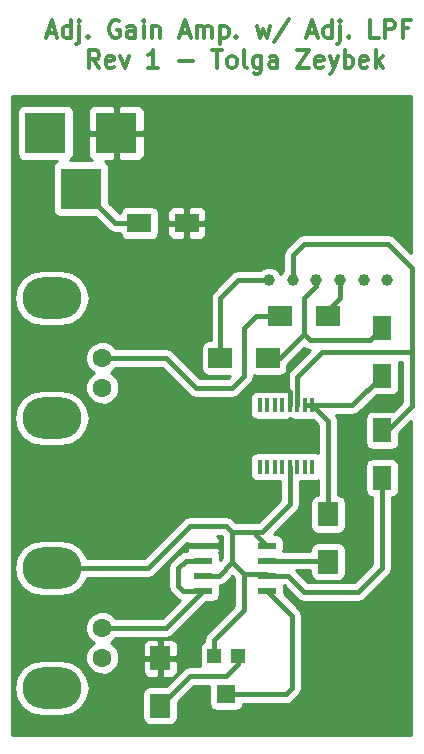
<source format=gbr>
G04 #@! TF.FileFunction,Copper,L1,Top,Signal*
%FSLAX46Y46*%
G04 Gerber Fmt 4.6, Leading zero omitted, Abs format (unit mm)*
G04 Created by KiCad (PCBNEW 4.0.4-stable) date 12/12/16 02:41:32*
%MOMM*%
%LPD*%
G01*
G04 APERTURE LIST*
%ADD10C,0.100000*%
%ADD11C,0.300000*%
%ADD12R,0.400000X1.200000*%
%ADD13R,1.600000X2.000000*%
%ADD14R,2.000000X1.600000*%
%ADD15R,3.500120X3.500120*%
%ADD16O,5.001260X3.500120*%
%ADD17C,1.600200*%
%ADD18R,2.000000X1.700000*%
%ADD19R,1.700000X2.000000*%
%ADD20C,1.000000*%
%ADD21R,1.600000X1.500000*%
%ADD22R,1.200000X1.200000*%
%ADD23R,1.550000X0.600000*%
%ADD24C,0.400000*%
%ADD25C,0.254000*%
G04 APERTURE END LIST*
D10*
D11*
X126086856Y-68975000D02*
X126801142Y-68975000D01*
X125943999Y-69403571D02*
X126443999Y-67903571D01*
X126943999Y-69403571D01*
X128086856Y-69403571D02*
X128086856Y-67903571D01*
X128086856Y-69332143D02*
X127943999Y-69403571D01*
X127658285Y-69403571D01*
X127515427Y-69332143D01*
X127443999Y-69260714D01*
X127372570Y-69117857D01*
X127372570Y-68689286D01*
X127443999Y-68546429D01*
X127515427Y-68475000D01*
X127658285Y-68403571D01*
X127943999Y-68403571D01*
X128086856Y-68475000D01*
X128801142Y-68403571D02*
X128801142Y-69689286D01*
X128729713Y-69832143D01*
X128586856Y-69903571D01*
X128515428Y-69903571D01*
X128801142Y-67903571D02*
X128729713Y-67975000D01*
X128801142Y-68046429D01*
X128872570Y-67975000D01*
X128801142Y-67903571D01*
X128801142Y-68046429D01*
X129515428Y-69260714D02*
X129586856Y-69332143D01*
X129515428Y-69403571D01*
X129443999Y-69332143D01*
X129515428Y-69260714D01*
X129515428Y-69403571D01*
X132158285Y-67975000D02*
X132015428Y-67903571D01*
X131801142Y-67903571D01*
X131586857Y-67975000D01*
X131443999Y-68117857D01*
X131372571Y-68260714D01*
X131301142Y-68546429D01*
X131301142Y-68760714D01*
X131372571Y-69046429D01*
X131443999Y-69189286D01*
X131586857Y-69332143D01*
X131801142Y-69403571D01*
X131943999Y-69403571D01*
X132158285Y-69332143D01*
X132229714Y-69260714D01*
X132229714Y-68760714D01*
X131943999Y-68760714D01*
X133515428Y-69403571D02*
X133515428Y-68617857D01*
X133443999Y-68475000D01*
X133301142Y-68403571D01*
X133015428Y-68403571D01*
X132872571Y-68475000D01*
X133515428Y-69332143D02*
X133372571Y-69403571D01*
X133015428Y-69403571D01*
X132872571Y-69332143D01*
X132801142Y-69189286D01*
X132801142Y-69046429D01*
X132872571Y-68903571D01*
X133015428Y-68832143D01*
X133372571Y-68832143D01*
X133515428Y-68760714D01*
X134229714Y-69403571D02*
X134229714Y-68403571D01*
X134229714Y-67903571D02*
X134158285Y-67975000D01*
X134229714Y-68046429D01*
X134301142Y-67975000D01*
X134229714Y-67903571D01*
X134229714Y-68046429D01*
X134944000Y-68403571D02*
X134944000Y-69403571D01*
X134944000Y-68546429D02*
X135015428Y-68475000D01*
X135158286Y-68403571D01*
X135372571Y-68403571D01*
X135515428Y-68475000D01*
X135586857Y-68617857D01*
X135586857Y-69403571D01*
X137372571Y-68975000D02*
X138086857Y-68975000D01*
X137229714Y-69403571D02*
X137729714Y-67903571D01*
X138229714Y-69403571D01*
X138729714Y-69403571D02*
X138729714Y-68403571D01*
X138729714Y-68546429D02*
X138801142Y-68475000D01*
X138944000Y-68403571D01*
X139158285Y-68403571D01*
X139301142Y-68475000D01*
X139372571Y-68617857D01*
X139372571Y-69403571D01*
X139372571Y-68617857D02*
X139444000Y-68475000D01*
X139586857Y-68403571D01*
X139801142Y-68403571D01*
X139944000Y-68475000D01*
X140015428Y-68617857D01*
X140015428Y-69403571D01*
X140729714Y-68403571D02*
X140729714Y-69903571D01*
X140729714Y-68475000D02*
X140872571Y-68403571D01*
X141158285Y-68403571D01*
X141301142Y-68475000D01*
X141372571Y-68546429D01*
X141444000Y-68689286D01*
X141444000Y-69117857D01*
X141372571Y-69260714D01*
X141301142Y-69332143D01*
X141158285Y-69403571D01*
X140872571Y-69403571D01*
X140729714Y-69332143D01*
X142086857Y-69260714D02*
X142158285Y-69332143D01*
X142086857Y-69403571D01*
X142015428Y-69332143D01*
X142086857Y-69260714D01*
X142086857Y-69403571D01*
X143801143Y-68403571D02*
X144086857Y-69403571D01*
X144372571Y-68689286D01*
X144658286Y-69403571D01*
X144944000Y-68403571D01*
X146586857Y-67832143D02*
X145301143Y-69760714D01*
X148158286Y-68975000D02*
X148872572Y-68975000D01*
X148015429Y-69403571D02*
X148515429Y-67903571D01*
X149015429Y-69403571D01*
X150158286Y-69403571D02*
X150158286Y-67903571D01*
X150158286Y-69332143D02*
X150015429Y-69403571D01*
X149729715Y-69403571D01*
X149586857Y-69332143D01*
X149515429Y-69260714D01*
X149444000Y-69117857D01*
X149444000Y-68689286D01*
X149515429Y-68546429D01*
X149586857Y-68475000D01*
X149729715Y-68403571D01*
X150015429Y-68403571D01*
X150158286Y-68475000D01*
X150872572Y-68403571D02*
X150872572Y-69689286D01*
X150801143Y-69832143D01*
X150658286Y-69903571D01*
X150586858Y-69903571D01*
X150872572Y-67903571D02*
X150801143Y-67975000D01*
X150872572Y-68046429D01*
X150944000Y-67975000D01*
X150872572Y-67903571D01*
X150872572Y-68046429D01*
X151586858Y-69260714D02*
X151658286Y-69332143D01*
X151586858Y-69403571D01*
X151515429Y-69332143D01*
X151586858Y-69260714D01*
X151586858Y-69403571D01*
X154158287Y-69403571D02*
X153444001Y-69403571D01*
X153444001Y-67903571D01*
X154658287Y-69403571D02*
X154658287Y-67903571D01*
X155229715Y-67903571D01*
X155372573Y-67975000D01*
X155444001Y-68046429D01*
X155515430Y-68189286D01*
X155515430Y-68403571D01*
X155444001Y-68546429D01*
X155372573Y-68617857D01*
X155229715Y-68689286D01*
X154658287Y-68689286D01*
X156658287Y-68617857D02*
X156158287Y-68617857D01*
X156158287Y-69403571D02*
X156158287Y-67903571D01*
X156872573Y-67903571D01*
X130479716Y-71953571D02*
X129979716Y-71239286D01*
X129622573Y-71953571D02*
X129622573Y-70453571D01*
X130194001Y-70453571D01*
X130336859Y-70525000D01*
X130408287Y-70596429D01*
X130479716Y-70739286D01*
X130479716Y-70953571D01*
X130408287Y-71096429D01*
X130336859Y-71167857D01*
X130194001Y-71239286D01*
X129622573Y-71239286D01*
X131694001Y-71882143D02*
X131551144Y-71953571D01*
X131265430Y-71953571D01*
X131122573Y-71882143D01*
X131051144Y-71739286D01*
X131051144Y-71167857D01*
X131122573Y-71025000D01*
X131265430Y-70953571D01*
X131551144Y-70953571D01*
X131694001Y-71025000D01*
X131765430Y-71167857D01*
X131765430Y-71310714D01*
X131051144Y-71453571D01*
X132265430Y-70953571D02*
X132622573Y-71953571D01*
X132979715Y-70953571D01*
X135479715Y-71953571D02*
X134622572Y-71953571D01*
X135051144Y-71953571D02*
X135051144Y-70453571D01*
X134908287Y-70667857D01*
X134765429Y-70810714D01*
X134622572Y-70882143D01*
X137265429Y-71382143D02*
X138408286Y-71382143D01*
X140051143Y-70453571D02*
X140908286Y-70453571D01*
X140479715Y-71953571D02*
X140479715Y-70453571D01*
X141622572Y-71953571D02*
X141479714Y-71882143D01*
X141408286Y-71810714D01*
X141336857Y-71667857D01*
X141336857Y-71239286D01*
X141408286Y-71096429D01*
X141479714Y-71025000D01*
X141622572Y-70953571D01*
X141836857Y-70953571D01*
X141979714Y-71025000D01*
X142051143Y-71096429D01*
X142122572Y-71239286D01*
X142122572Y-71667857D01*
X142051143Y-71810714D01*
X141979714Y-71882143D01*
X141836857Y-71953571D01*
X141622572Y-71953571D01*
X142979715Y-71953571D02*
X142836857Y-71882143D01*
X142765429Y-71739286D01*
X142765429Y-70453571D01*
X144194000Y-70953571D02*
X144194000Y-72167857D01*
X144122571Y-72310714D01*
X144051143Y-72382143D01*
X143908286Y-72453571D01*
X143694000Y-72453571D01*
X143551143Y-72382143D01*
X144194000Y-71882143D02*
X144051143Y-71953571D01*
X143765429Y-71953571D01*
X143622571Y-71882143D01*
X143551143Y-71810714D01*
X143479714Y-71667857D01*
X143479714Y-71239286D01*
X143551143Y-71096429D01*
X143622571Y-71025000D01*
X143765429Y-70953571D01*
X144051143Y-70953571D01*
X144194000Y-71025000D01*
X145551143Y-71953571D02*
X145551143Y-71167857D01*
X145479714Y-71025000D01*
X145336857Y-70953571D01*
X145051143Y-70953571D01*
X144908286Y-71025000D01*
X145551143Y-71882143D02*
X145408286Y-71953571D01*
X145051143Y-71953571D01*
X144908286Y-71882143D01*
X144836857Y-71739286D01*
X144836857Y-71596429D01*
X144908286Y-71453571D01*
X145051143Y-71382143D01*
X145408286Y-71382143D01*
X145551143Y-71310714D01*
X147265429Y-70453571D02*
X148265429Y-70453571D01*
X147265429Y-71953571D01*
X148265429Y-71953571D01*
X149408285Y-71882143D02*
X149265428Y-71953571D01*
X148979714Y-71953571D01*
X148836857Y-71882143D01*
X148765428Y-71739286D01*
X148765428Y-71167857D01*
X148836857Y-71025000D01*
X148979714Y-70953571D01*
X149265428Y-70953571D01*
X149408285Y-71025000D01*
X149479714Y-71167857D01*
X149479714Y-71310714D01*
X148765428Y-71453571D01*
X149979714Y-70953571D02*
X150336857Y-71953571D01*
X150693999Y-70953571D02*
X150336857Y-71953571D01*
X150193999Y-72310714D01*
X150122571Y-72382143D01*
X149979714Y-72453571D01*
X151265428Y-71953571D02*
X151265428Y-70453571D01*
X151265428Y-71025000D02*
X151408285Y-70953571D01*
X151693999Y-70953571D01*
X151836856Y-71025000D01*
X151908285Y-71096429D01*
X151979714Y-71239286D01*
X151979714Y-71667857D01*
X151908285Y-71810714D01*
X151836856Y-71882143D01*
X151693999Y-71953571D01*
X151408285Y-71953571D01*
X151265428Y-71882143D01*
X153193999Y-71882143D02*
X153051142Y-71953571D01*
X152765428Y-71953571D01*
X152622571Y-71882143D01*
X152551142Y-71739286D01*
X152551142Y-71167857D01*
X152622571Y-71025000D01*
X152765428Y-70953571D01*
X153051142Y-70953571D01*
X153193999Y-71025000D01*
X153265428Y-71167857D01*
X153265428Y-71310714D01*
X152551142Y-71453571D01*
X153908285Y-71953571D02*
X153908285Y-70453571D01*
X154051142Y-71382143D02*
X154479713Y-71953571D01*
X154479713Y-70953571D02*
X153908285Y-71525000D01*
D12*
X148526500Y-100524000D03*
X147891500Y-100524000D03*
X147256500Y-100524000D03*
X146621500Y-100524000D03*
X145986500Y-100524000D03*
X145351500Y-100524000D03*
X144716500Y-100524000D03*
X144081500Y-100524000D03*
X144081500Y-105724000D03*
X144716500Y-105724000D03*
X145351500Y-105724000D03*
X145986500Y-105724000D03*
X146621500Y-105724000D03*
X147256500Y-105724000D03*
X147891500Y-105724000D03*
X148526500Y-105724000D03*
D13*
X154432000Y-98012000D03*
X154432000Y-94012000D03*
X154432000Y-106648000D03*
X154432000Y-102648000D03*
D14*
X137890000Y-85090000D03*
X133890000Y-85090000D03*
D15*
X131930140Y-77470000D03*
X125930660Y-77470000D03*
X128930400Y-82169000D03*
D16*
X126466600Y-101617780D03*
X126466600Y-91419680D03*
D17*
X130731260Y-96520000D03*
X130731260Y-99019360D03*
D16*
X126466600Y-124477780D03*
X126466600Y-114279680D03*
D17*
X130731260Y-119380000D03*
X130731260Y-121879360D03*
D18*
X145828000Y-92964000D03*
X149828000Y-92964000D03*
X144748000Y-96520000D03*
X140748000Y-96520000D03*
D19*
X149860000Y-109760000D03*
X149860000Y-113760000D03*
X135636000Y-125952000D03*
X135636000Y-121952000D03*
D20*
X144860000Y-89930000D03*
X146860000Y-89930000D03*
X148860000Y-89930000D03*
X150860000Y-89930000D03*
X152860000Y-89930000D03*
X154860000Y-89930000D03*
D21*
X141224000Y-125000000D03*
D22*
X142224000Y-121750000D03*
X140224000Y-121750000D03*
D23*
X144686000Y-116205000D03*
X144686000Y-114935000D03*
X144686000Y-113665000D03*
X144686000Y-112395000D03*
X139286000Y-112395000D03*
X139286000Y-113665000D03*
X139286000Y-114935000D03*
X139286000Y-116205000D03*
D24*
X149860000Y-109760000D02*
X149860000Y-101857500D01*
X149860000Y-101857500D02*
X148526500Y-100524000D01*
X148526500Y-100524000D02*
X151920000Y-100524000D01*
X151920000Y-100524000D02*
X154432000Y-98012000D01*
X148526500Y-100524000D02*
X147891500Y-100524000D01*
X147828000Y-94488000D02*
X148336000Y-94996000D01*
X153448000Y-94996000D02*
X154432000Y-94012000D01*
X148336000Y-94996000D02*
X153448000Y-94996000D01*
X148860000Y-89930000D02*
X148860000Y-90408000D01*
X148860000Y-90408000D02*
X147828000Y-91440000D01*
X147828000Y-91440000D02*
X147828000Y-94488000D01*
X147828000Y-94488000D02*
X145796000Y-96520000D01*
X145796000Y-96520000D02*
X144748000Y-96520000D01*
X140224000Y-121750000D02*
X140224000Y-120380000D01*
X142748000Y-117856000D02*
X142748000Y-114808000D01*
X140224000Y-120380000D02*
X142748000Y-117856000D01*
X144686000Y-114935000D02*
X146431000Y-114935000D01*
X154432000Y-114300000D02*
X154432000Y-106648000D01*
X152400000Y-116332000D02*
X154432000Y-114300000D01*
X147828000Y-116332000D02*
X152400000Y-116332000D01*
X146431000Y-114935000D02*
X147828000Y-116332000D01*
X143764000Y-111252000D02*
X144272000Y-111252000D01*
X146621500Y-108902500D02*
X146621500Y-105724000D01*
X144272000Y-111252000D02*
X146621500Y-108902500D01*
X143543000Y-111252000D02*
X143764000Y-111252000D01*
X143764000Y-111252000D02*
X143764000Y-111473000D01*
X141732000Y-111252000D02*
X143543000Y-111252000D01*
X143764000Y-111473000D02*
X144686000Y-112395000D01*
X141732000Y-113792000D02*
X142748000Y-114808000D01*
X142748000Y-114808000D02*
X144559000Y-114808000D01*
X144559000Y-114808000D02*
X144686000Y-114935000D01*
X126466600Y-114279680D02*
X134640320Y-114279680D01*
X140589000Y-114935000D02*
X139286000Y-114935000D01*
X141732000Y-113792000D02*
X140589000Y-114935000D01*
X141732000Y-111252000D02*
X141732000Y-113792000D01*
X141224000Y-110744000D02*
X141732000Y-111252000D01*
X138176000Y-110744000D02*
X141224000Y-110744000D01*
X134640320Y-114279680D02*
X138176000Y-110744000D01*
X133890000Y-85090000D02*
X131851400Y-85090000D01*
X131851400Y-85090000D02*
X128930400Y-82169000D01*
X147256500Y-100524000D02*
X147256500Y-98107500D01*
X156972000Y-96012000D02*
X156972000Y-95504000D01*
X149352000Y-96012000D02*
X156972000Y-96012000D01*
X147256500Y-98107500D02*
X149352000Y-96012000D01*
X154432000Y-102648000D02*
X154908000Y-102648000D01*
X154908000Y-102648000D02*
X156972000Y-100584000D01*
X156972000Y-100584000D02*
X156972000Y-95504000D01*
X156972000Y-95504000D02*
X156972000Y-88900000D01*
X156972000Y-88900000D02*
X154940000Y-86868000D01*
X154940000Y-86868000D02*
X147828000Y-86868000D01*
X147828000Y-86868000D02*
X146860000Y-87836000D01*
X146860000Y-87836000D02*
X146860000Y-89930000D01*
X146621500Y-100524000D02*
X146621500Y-99377500D01*
X146621500Y-99377500D02*
X146304000Y-99060000D01*
X145828000Y-92964000D02*
X143764000Y-92964000D01*
X136144000Y-96520000D02*
X130731260Y-96520000D01*
X138684000Y-99060000D02*
X136144000Y-96520000D01*
X141732000Y-99060000D02*
X138684000Y-99060000D01*
X142748000Y-98044000D02*
X141732000Y-99060000D01*
X142748000Y-93980000D02*
X142748000Y-98044000D01*
X143764000Y-92964000D02*
X142748000Y-93980000D01*
X139286000Y-113665000D02*
X137795000Y-113665000D01*
X137541000Y-116205000D02*
X139286000Y-116205000D01*
X137160000Y-115824000D02*
X137541000Y-116205000D01*
X137160000Y-114300000D02*
X137160000Y-115824000D01*
X137795000Y-113665000D02*
X137160000Y-114300000D01*
X130731260Y-119380000D02*
X136111000Y-119380000D01*
X136111000Y-119380000D02*
X139286000Y-116205000D01*
X149828000Y-92964000D02*
X149828000Y-92488000D01*
X149828000Y-92488000D02*
X150860000Y-91456000D01*
X150860000Y-91456000D02*
X150860000Y-89930000D01*
X140748000Y-96520000D02*
X140748000Y-91408000D01*
X142226000Y-89930000D02*
X144860000Y-89930000D01*
X140748000Y-91408000D02*
X142226000Y-89930000D01*
X144686000Y-113665000D02*
X149765000Y-113665000D01*
X149765000Y-113665000D02*
X149860000Y-113760000D01*
X142224000Y-121750000D02*
X142224000Y-122444000D01*
X138144000Y-123444000D02*
X135636000Y-125952000D01*
X141224000Y-123444000D02*
X138144000Y-123444000D01*
X142224000Y-122444000D02*
X141224000Y-123444000D01*
X141224000Y-125000000D02*
X146272000Y-125000000D01*
X146812000Y-118331000D02*
X144686000Y-116205000D01*
X146812000Y-124460000D02*
X146812000Y-118331000D01*
X146272000Y-125000000D02*
X146812000Y-124460000D01*
D25*
G36*
X156845000Y-87592132D02*
X155530434Y-86277566D01*
X155488728Y-86249699D01*
X155259541Y-86096561D01*
X154940000Y-86033000D01*
X147828000Y-86033000D01*
X147508460Y-86096560D01*
X147237566Y-86277566D01*
X146269566Y-87245566D01*
X146088561Y-87516459D01*
X146025000Y-87836000D01*
X146025000Y-89159811D01*
X145898355Y-89286235D01*
X145860120Y-89378315D01*
X145822767Y-89287914D01*
X145503765Y-88968355D01*
X145086756Y-88795197D01*
X144635225Y-88794803D01*
X144217914Y-88967233D01*
X144089924Y-89095000D01*
X142226000Y-89095000D01*
X141906460Y-89158560D01*
X141635566Y-89339566D01*
X140157566Y-90817566D01*
X139976561Y-91088459D01*
X139913000Y-91408000D01*
X139913000Y-95022560D01*
X139748000Y-95022560D01*
X139512683Y-95066838D01*
X139296559Y-95205910D01*
X139151569Y-95418110D01*
X139100560Y-95670000D01*
X139100560Y-97370000D01*
X139144838Y-97605317D01*
X139283910Y-97821441D01*
X139496110Y-97966431D01*
X139748000Y-98017440D01*
X141593692Y-98017440D01*
X141386132Y-98225000D01*
X139029868Y-98225000D01*
X136734434Y-95929566D01*
X136463541Y-95748561D01*
X136144000Y-95685000D01*
X131925485Y-95685000D01*
X131545240Y-95304091D01*
X131017971Y-95085150D01*
X130447053Y-95084652D01*
X129919403Y-95302672D01*
X129515351Y-95706020D01*
X129296410Y-96233289D01*
X129295912Y-96804207D01*
X129513932Y-97331857D01*
X129917280Y-97735909D01*
X129998156Y-97769492D01*
X129919403Y-97802032D01*
X129515351Y-98205380D01*
X129296410Y-98732649D01*
X129295912Y-99303567D01*
X129513932Y-99831217D01*
X129917280Y-100235269D01*
X130444549Y-100454210D01*
X131015467Y-100454708D01*
X131543117Y-100236688D01*
X131947169Y-99833340D01*
X132166110Y-99306071D01*
X132166608Y-98735153D01*
X131948588Y-98207503D01*
X131545240Y-97803451D01*
X131464364Y-97769868D01*
X131543117Y-97737328D01*
X131926112Y-97355000D01*
X135798132Y-97355000D01*
X138093566Y-99650434D01*
X138364459Y-99831439D01*
X138684000Y-99895000D01*
X141732000Y-99895000D01*
X142051541Y-99831439D01*
X142322434Y-99650434D01*
X143338434Y-98634434D01*
X143477010Y-98427040D01*
X143519439Y-98363541D01*
X143583000Y-98044000D01*
X143583000Y-97984027D01*
X143748000Y-98017440D01*
X145748000Y-98017440D01*
X145983317Y-97973162D01*
X146199441Y-97834090D01*
X146344431Y-97621890D01*
X146395440Y-97370000D01*
X146395440Y-97101428D01*
X147844397Y-95652471D01*
X148016459Y-95767439D01*
X148336000Y-95831000D01*
X148352131Y-95831000D01*
X146666066Y-97517066D01*
X146485061Y-97787959D01*
X146421500Y-98107500D01*
X146421500Y-99324149D01*
X146391906Y-99318156D01*
X146362750Y-99289000D01*
X146295190Y-99289000D01*
X146279672Y-99295428D01*
X146186500Y-99276560D01*
X145786500Y-99276560D01*
X145664686Y-99299481D01*
X145551500Y-99276560D01*
X145151500Y-99276560D01*
X145029686Y-99299481D01*
X144916500Y-99276560D01*
X144516500Y-99276560D01*
X144394686Y-99299481D01*
X144281500Y-99276560D01*
X143881500Y-99276560D01*
X143646183Y-99320838D01*
X143430059Y-99459910D01*
X143285069Y-99672110D01*
X143234060Y-99924000D01*
X143234060Y-101124000D01*
X143278338Y-101359317D01*
X143417410Y-101575441D01*
X143629610Y-101720431D01*
X143881500Y-101771440D01*
X144281500Y-101771440D01*
X144403314Y-101748519D01*
X144516500Y-101771440D01*
X144916500Y-101771440D01*
X145038314Y-101748519D01*
X145151500Y-101771440D01*
X145551500Y-101771440D01*
X145673314Y-101748519D01*
X145786500Y-101771440D01*
X146186500Y-101771440D01*
X146281890Y-101753491D01*
X146295190Y-101759000D01*
X146362750Y-101759000D01*
X146388277Y-101733473D01*
X146421817Y-101727162D01*
X146624027Y-101597044D01*
X146804610Y-101720431D01*
X146851094Y-101729844D01*
X146880250Y-101759000D01*
X146947810Y-101759000D01*
X146963328Y-101752572D01*
X147056500Y-101771440D01*
X147456500Y-101771440D01*
X147578314Y-101748519D01*
X147691500Y-101771440D01*
X148091500Y-101771440D01*
X148213314Y-101748519D01*
X148326500Y-101771440D01*
X148593072Y-101771440D01*
X149025000Y-102203368D01*
X149025000Y-104559416D01*
X148978390Y-104527569D01*
X148726500Y-104476560D01*
X148326500Y-104476560D01*
X148204686Y-104499481D01*
X148091500Y-104476560D01*
X147691500Y-104476560D01*
X147569686Y-104499481D01*
X147456500Y-104476560D01*
X147056500Y-104476560D01*
X146934686Y-104499481D01*
X146821500Y-104476560D01*
X146421500Y-104476560D01*
X146299686Y-104499481D01*
X146186500Y-104476560D01*
X145786500Y-104476560D01*
X145664686Y-104499481D01*
X145551500Y-104476560D01*
X145151500Y-104476560D01*
X145029686Y-104499481D01*
X144916500Y-104476560D01*
X144516500Y-104476560D01*
X144394686Y-104499481D01*
X144281500Y-104476560D01*
X143881500Y-104476560D01*
X143646183Y-104520838D01*
X143430059Y-104659910D01*
X143285069Y-104872110D01*
X143234060Y-105124000D01*
X143234060Y-106324000D01*
X143278338Y-106559317D01*
X143417410Y-106775441D01*
X143629610Y-106920431D01*
X143881500Y-106971440D01*
X144281500Y-106971440D01*
X144403314Y-106948519D01*
X144516500Y-106971440D01*
X144916500Y-106971440D01*
X145038314Y-106948519D01*
X145151500Y-106971440D01*
X145551500Y-106971440D01*
X145673314Y-106948519D01*
X145786500Y-106971440D01*
X145786500Y-108556632D01*
X143926132Y-110417000D01*
X142077869Y-110417000D01*
X141814434Y-110153566D01*
X141543541Y-109972561D01*
X141224000Y-109909000D01*
X138176000Y-109909000D01*
X137856460Y-109972560D01*
X137585566Y-110153566D01*
X134294452Y-113444680D01*
X129497569Y-113444680D01*
X129482109Y-113366957D01*
X128965093Y-112593188D01*
X128191324Y-112076172D01*
X127278601Y-111894620D01*
X125654599Y-111894620D01*
X124741876Y-112076172D01*
X123968107Y-112593188D01*
X123451091Y-113366957D01*
X123269539Y-114279680D01*
X123451091Y-115192403D01*
X123968107Y-115966172D01*
X124741876Y-116483188D01*
X125654599Y-116664740D01*
X127278601Y-116664740D01*
X128191324Y-116483188D01*
X128965093Y-115966172D01*
X129482109Y-115192403D01*
X129497569Y-115114680D01*
X134640320Y-115114680D01*
X134959861Y-115051119D01*
X135230754Y-114870114D01*
X137933809Y-112167059D01*
X138034750Y-112268000D01*
X139159000Y-112268000D01*
X139159000Y-112248000D01*
X139413000Y-112248000D01*
X139413000Y-112268000D01*
X140537250Y-112268000D01*
X140696000Y-112109250D01*
X140696000Y-111968690D01*
X140599327Y-111735301D01*
X140443025Y-111579000D01*
X140878132Y-111579000D01*
X140897000Y-111597869D01*
X140897000Y-113446132D01*
X140708440Y-113634692D01*
X140708440Y-113365000D01*
X140664162Y-113129683D01*
X140605822Y-113039020D01*
X140696000Y-112821310D01*
X140696000Y-112680750D01*
X140537250Y-112522000D01*
X139413000Y-112522000D01*
X139413000Y-112542000D01*
X139159000Y-112542000D01*
X139159000Y-112522000D01*
X138034750Y-112522000D01*
X137876000Y-112680750D01*
X137876000Y-112821310D01*
X137879600Y-112830000D01*
X137795000Y-112830000D01*
X137475460Y-112893560D01*
X137204566Y-113074566D01*
X136569566Y-113709566D01*
X136388561Y-113980459D01*
X136325000Y-114300000D01*
X136325000Y-115824000D01*
X136388561Y-116143541D01*
X136569566Y-116414434D01*
X136950566Y-116795434D01*
X137221459Y-116976439D01*
X137315072Y-116995060D01*
X135765132Y-118545000D01*
X131925485Y-118545000D01*
X131545240Y-118164091D01*
X131017971Y-117945150D01*
X130447053Y-117944652D01*
X129919403Y-118162672D01*
X129515351Y-118566020D01*
X129296410Y-119093289D01*
X129295912Y-119664207D01*
X129513932Y-120191857D01*
X129917280Y-120595909D01*
X129998156Y-120629492D01*
X129919403Y-120662032D01*
X129515351Y-121065380D01*
X129296410Y-121592649D01*
X129295912Y-122163567D01*
X129513932Y-122691217D01*
X129917280Y-123095269D01*
X130444549Y-123314210D01*
X131015467Y-123314708D01*
X131543117Y-123096688D01*
X131947169Y-122693340D01*
X132136346Y-122237750D01*
X134151000Y-122237750D01*
X134151000Y-123078309D01*
X134247673Y-123311698D01*
X134426301Y-123490327D01*
X134659690Y-123587000D01*
X135350250Y-123587000D01*
X135509000Y-123428250D01*
X135509000Y-122079000D01*
X135763000Y-122079000D01*
X135763000Y-123428250D01*
X135921750Y-123587000D01*
X136612310Y-123587000D01*
X136845699Y-123490327D01*
X137024327Y-123311698D01*
X137121000Y-123078309D01*
X137121000Y-122237750D01*
X136962250Y-122079000D01*
X135763000Y-122079000D01*
X135509000Y-122079000D01*
X134309750Y-122079000D01*
X134151000Y-122237750D01*
X132136346Y-122237750D01*
X132166110Y-122166071D01*
X132166608Y-121595153D01*
X131948588Y-121067503D01*
X131707198Y-120825691D01*
X134151000Y-120825691D01*
X134151000Y-121666250D01*
X134309750Y-121825000D01*
X135509000Y-121825000D01*
X135509000Y-120475750D01*
X135763000Y-120475750D01*
X135763000Y-121825000D01*
X136962250Y-121825000D01*
X137121000Y-121666250D01*
X137121000Y-120825691D01*
X137024327Y-120592302D01*
X136845699Y-120413673D01*
X136612310Y-120317000D01*
X135921750Y-120317000D01*
X135763000Y-120475750D01*
X135509000Y-120475750D01*
X135350250Y-120317000D01*
X134659690Y-120317000D01*
X134426301Y-120413673D01*
X134247673Y-120592302D01*
X134151000Y-120825691D01*
X131707198Y-120825691D01*
X131545240Y-120663451D01*
X131464364Y-120629868D01*
X131543117Y-120597328D01*
X131926112Y-120215000D01*
X136111000Y-120215000D01*
X136430541Y-120151439D01*
X136701434Y-119970434D01*
X139519428Y-117152440D01*
X140061000Y-117152440D01*
X140296317Y-117108162D01*
X140512441Y-116969090D01*
X140657431Y-116756890D01*
X140708440Y-116505000D01*
X140708440Y-115905000D01*
X140679645Y-115751969D01*
X140908541Y-115706439D01*
X141179434Y-115525434D01*
X141732000Y-114972868D01*
X141913000Y-115153868D01*
X141913000Y-117510132D01*
X139633566Y-119789566D01*
X139452561Y-120060459D01*
X139389000Y-120380000D01*
X139389000Y-120546778D01*
X139388683Y-120546838D01*
X139172559Y-120685910D01*
X139027569Y-120898110D01*
X138976560Y-121150000D01*
X138976560Y-122350000D01*
X139020838Y-122585317D01*
X139036078Y-122609000D01*
X138144000Y-122609000D01*
X137824460Y-122672560D01*
X137553566Y-122853566D01*
X136102572Y-124304560D01*
X134786000Y-124304560D01*
X134550683Y-124348838D01*
X134334559Y-124487910D01*
X134189569Y-124700110D01*
X134138560Y-124952000D01*
X134138560Y-126952000D01*
X134182838Y-127187317D01*
X134321910Y-127403441D01*
X134534110Y-127548431D01*
X134786000Y-127599440D01*
X136486000Y-127599440D01*
X136721317Y-127555162D01*
X136937441Y-127416090D01*
X137082431Y-127203890D01*
X137133440Y-126952000D01*
X137133440Y-125635428D01*
X138489868Y-124279000D01*
X139776560Y-124279000D01*
X139776560Y-125750000D01*
X139820838Y-125985317D01*
X139959910Y-126201441D01*
X140172110Y-126346431D01*
X140424000Y-126397440D01*
X142024000Y-126397440D01*
X142259317Y-126353162D01*
X142475441Y-126214090D01*
X142620431Y-126001890D01*
X142654227Y-125835000D01*
X146272000Y-125835000D01*
X146591541Y-125771439D01*
X146862434Y-125590434D01*
X147402434Y-125050434D01*
X147436133Y-125000000D01*
X147583439Y-124779541D01*
X147647000Y-124460000D01*
X147647000Y-118331000D01*
X147583439Y-118011459D01*
X147402434Y-117740566D01*
X146108440Y-116446572D01*
X146108440Y-115905000D01*
X146083038Y-115770000D01*
X146085132Y-115770000D01*
X147237566Y-116922434D01*
X147508459Y-117103439D01*
X147828000Y-117167000D01*
X152400000Y-117167000D01*
X152719541Y-117103439D01*
X152990434Y-116922434D01*
X155022434Y-114890434D01*
X155036011Y-114870114D01*
X155203439Y-114619541D01*
X155267000Y-114300000D01*
X155267000Y-108288854D01*
X155467317Y-108251162D01*
X155683441Y-108112090D01*
X155828431Y-107899890D01*
X155879440Y-107648000D01*
X155879440Y-105648000D01*
X155835162Y-105412683D01*
X155696090Y-105196559D01*
X155483890Y-105051569D01*
X155232000Y-105000560D01*
X153632000Y-105000560D01*
X153396683Y-105044838D01*
X153180559Y-105183910D01*
X153035569Y-105396110D01*
X152984560Y-105648000D01*
X152984560Y-107648000D01*
X153028838Y-107883317D01*
X153167910Y-108099441D01*
X153380110Y-108244431D01*
X153597000Y-108288352D01*
X153597000Y-113954132D01*
X152054132Y-115497000D01*
X148173868Y-115497000D01*
X147176868Y-114500000D01*
X148362560Y-114500000D01*
X148362560Y-114760000D01*
X148406838Y-114995317D01*
X148545910Y-115211441D01*
X148758110Y-115356431D01*
X149010000Y-115407440D01*
X150710000Y-115407440D01*
X150945317Y-115363162D01*
X151161441Y-115224090D01*
X151306431Y-115011890D01*
X151357440Y-114760000D01*
X151357440Y-112760000D01*
X151313162Y-112524683D01*
X151174090Y-112308559D01*
X150961890Y-112163569D01*
X150710000Y-112112560D01*
X149010000Y-112112560D01*
X148774683Y-112156838D01*
X148558559Y-112295910D01*
X148413569Y-112508110D01*
X148362560Y-112760000D01*
X148362560Y-112830000D01*
X146081102Y-112830000D01*
X146108440Y-112695000D01*
X146108440Y-112095000D01*
X146064162Y-111859683D01*
X145925090Y-111643559D01*
X145712890Y-111498569D01*
X145461000Y-111447560D01*
X145257308Y-111447560D01*
X147211934Y-109492934D01*
X147392940Y-109222040D01*
X147456500Y-108902500D01*
X147456500Y-106971440D01*
X147578314Y-106948519D01*
X147691500Y-106971440D01*
X148091500Y-106971440D01*
X148213314Y-106948519D01*
X148326500Y-106971440D01*
X148726500Y-106971440D01*
X148961817Y-106927162D01*
X149025000Y-106886505D01*
X149025000Y-108112560D01*
X149010000Y-108112560D01*
X148774683Y-108156838D01*
X148558559Y-108295910D01*
X148413569Y-108508110D01*
X148362560Y-108760000D01*
X148362560Y-110760000D01*
X148406838Y-110995317D01*
X148545910Y-111211441D01*
X148758110Y-111356431D01*
X149010000Y-111407440D01*
X150710000Y-111407440D01*
X150945317Y-111363162D01*
X151161441Y-111224090D01*
X151306431Y-111011890D01*
X151357440Y-110760000D01*
X151357440Y-108760000D01*
X151313162Y-108524683D01*
X151174090Y-108308559D01*
X150961890Y-108163569D01*
X150710000Y-108112560D01*
X150695000Y-108112560D01*
X150695000Y-101857500D01*
X150667735Y-101720431D01*
X150631440Y-101537960D01*
X150511862Y-101359000D01*
X151920000Y-101359000D01*
X152239541Y-101295439D01*
X152510434Y-101114434D01*
X153965428Y-99659440D01*
X155232000Y-99659440D01*
X155467317Y-99615162D01*
X155683441Y-99476090D01*
X155828431Y-99263890D01*
X155879440Y-99012000D01*
X155879440Y-97012000D01*
X155848393Y-96847000D01*
X156137000Y-96847000D01*
X156137000Y-100238132D01*
X155350562Y-101024570D01*
X155232000Y-101000560D01*
X153632000Y-101000560D01*
X153396683Y-101044838D01*
X153180559Y-101183910D01*
X153035569Y-101396110D01*
X152984560Y-101648000D01*
X152984560Y-103648000D01*
X153028838Y-103883317D01*
X153167910Y-104099441D01*
X153380110Y-104244431D01*
X153632000Y-104295440D01*
X155232000Y-104295440D01*
X155467317Y-104251162D01*
X155683441Y-104112090D01*
X155828431Y-103899890D01*
X155879440Y-103648000D01*
X155879440Y-102857428D01*
X156845000Y-101891868D01*
X156845000Y-128397000D01*
X123063000Y-128397000D01*
X123063000Y-124477780D01*
X123269539Y-124477780D01*
X123451091Y-125390503D01*
X123968107Y-126164272D01*
X124741876Y-126681288D01*
X125654599Y-126862840D01*
X127278601Y-126862840D01*
X128191324Y-126681288D01*
X128965093Y-126164272D01*
X129482109Y-125390503D01*
X129663661Y-124477780D01*
X129482109Y-123565057D01*
X128965093Y-122791288D01*
X128191324Y-122274272D01*
X127278601Y-122092720D01*
X125654599Y-122092720D01*
X124741876Y-122274272D01*
X123968107Y-122791288D01*
X123451091Y-123565057D01*
X123269539Y-124477780D01*
X123063000Y-124477780D01*
X123063000Y-101617780D01*
X123269539Y-101617780D01*
X123451091Y-102530503D01*
X123968107Y-103304272D01*
X124741876Y-103821288D01*
X125654599Y-104002840D01*
X127278601Y-104002840D01*
X128191324Y-103821288D01*
X128965093Y-103304272D01*
X129482109Y-102530503D01*
X129663661Y-101617780D01*
X129482109Y-100705057D01*
X128965093Y-99931288D01*
X128191324Y-99414272D01*
X127278601Y-99232720D01*
X125654599Y-99232720D01*
X124741876Y-99414272D01*
X123968107Y-99931288D01*
X123451091Y-100705057D01*
X123269539Y-101617780D01*
X123063000Y-101617780D01*
X123063000Y-91419680D01*
X123269539Y-91419680D01*
X123451091Y-92332403D01*
X123968107Y-93106172D01*
X124741876Y-93623188D01*
X125654599Y-93804740D01*
X127278601Y-93804740D01*
X128191324Y-93623188D01*
X128965093Y-93106172D01*
X129482109Y-92332403D01*
X129663661Y-91419680D01*
X129482109Y-90506957D01*
X128965093Y-89733188D01*
X128191324Y-89216172D01*
X127278601Y-89034620D01*
X125654599Y-89034620D01*
X124741876Y-89216172D01*
X123968107Y-89733188D01*
X123451091Y-90506957D01*
X123269539Y-91419680D01*
X123063000Y-91419680D01*
X123063000Y-75719940D01*
X123533160Y-75719940D01*
X123533160Y-79220060D01*
X123577438Y-79455377D01*
X123716510Y-79671501D01*
X123928710Y-79816491D01*
X124180600Y-79867500D01*
X126864645Y-79867500D01*
X126728899Y-79954850D01*
X126583909Y-80167050D01*
X126532900Y-80418940D01*
X126532900Y-83919060D01*
X126577178Y-84154377D01*
X126716250Y-84370501D01*
X126928450Y-84515491D01*
X127180340Y-84566500D01*
X130147032Y-84566500D01*
X131260966Y-85680434D01*
X131531859Y-85861439D01*
X131851400Y-85925000D01*
X132249146Y-85925000D01*
X132286838Y-86125317D01*
X132425910Y-86341441D01*
X132638110Y-86486431D01*
X132890000Y-86537440D01*
X134890000Y-86537440D01*
X135125317Y-86493162D01*
X135341441Y-86354090D01*
X135486431Y-86141890D01*
X135537440Y-85890000D01*
X135537440Y-85375750D01*
X136255000Y-85375750D01*
X136255000Y-86016310D01*
X136351673Y-86249699D01*
X136530302Y-86428327D01*
X136763691Y-86525000D01*
X137604250Y-86525000D01*
X137763000Y-86366250D01*
X137763000Y-85217000D01*
X138017000Y-85217000D01*
X138017000Y-86366250D01*
X138175750Y-86525000D01*
X139016309Y-86525000D01*
X139249698Y-86428327D01*
X139428327Y-86249699D01*
X139525000Y-86016310D01*
X139525000Y-85375750D01*
X139366250Y-85217000D01*
X138017000Y-85217000D01*
X137763000Y-85217000D01*
X136413750Y-85217000D01*
X136255000Y-85375750D01*
X135537440Y-85375750D01*
X135537440Y-84290000D01*
X135513674Y-84163690D01*
X136255000Y-84163690D01*
X136255000Y-84804250D01*
X136413750Y-84963000D01*
X137763000Y-84963000D01*
X137763000Y-83813750D01*
X138017000Y-83813750D01*
X138017000Y-84963000D01*
X139366250Y-84963000D01*
X139525000Y-84804250D01*
X139525000Y-84163690D01*
X139428327Y-83930301D01*
X139249698Y-83751673D01*
X139016309Y-83655000D01*
X138175750Y-83655000D01*
X138017000Y-83813750D01*
X137763000Y-83813750D01*
X137604250Y-83655000D01*
X136763691Y-83655000D01*
X136530302Y-83751673D01*
X136351673Y-83930301D01*
X136255000Y-84163690D01*
X135513674Y-84163690D01*
X135493162Y-84054683D01*
X135354090Y-83838559D01*
X135141890Y-83693569D01*
X134890000Y-83642560D01*
X132890000Y-83642560D01*
X132654683Y-83686838D01*
X132438559Y-83825910D01*
X132293569Y-84038110D01*
X132249648Y-84255000D01*
X132197268Y-84255000D01*
X131327900Y-83385632D01*
X131327900Y-80418940D01*
X131283622Y-80183623D01*
X131144550Y-79967499D01*
X130979990Y-79855060D01*
X131644390Y-79855060D01*
X131803140Y-79696310D01*
X131803140Y-77597000D01*
X132057140Y-77597000D01*
X132057140Y-79696310D01*
X132215890Y-79855060D01*
X133806509Y-79855060D01*
X134039898Y-79758387D01*
X134218527Y-79579759D01*
X134315200Y-79346370D01*
X134315200Y-77755750D01*
X134156450Y-77597000D01*
X132057140Y-77597000D01*
X131803140Y-77597000D01*
X129703830Y-77597000D01*
X129545080Y-77755750D01*
X129545080Y-79346370D01*
X129641753Y-79579759D01*
X129820382Y-79758387D01*
X129852040Y-79771500D01*
X127996415Y-79771500D01*
X128132161Y-79684150D01*
X128277151Y-79471950D01*
X128328160Y-79220060D01*
X128328160Y-75719940D01*
X128304394Y-75593630D01*
X129545080Y-75593630D01*
X129545080Y-77184250D01*
X129703830Y-77343000D01*
X131803140Y-77343000D01*
X131803140Y-75243690D01*
X132057140Y-75243690D01*
X132057140Y-77343000D01*
X134156450Y-77343000D01*
X134315200Y-77184250D01*
X134315200Y-75593630D01*
X134218527Y-75360241D01*
X134039898Y-75181613D01*
X133806509Y-75084940D01*
X132215890Y-75084940D01*
X132057140Y-75243690D01*
X131803140Y-75243690D01*
X131644390Y-75084940D01*
X130053771Y-75084940D01*
X129820382Y-75181613D01*
X129641753Y-75360241D01*
X129545080Y-75593630D01*
X128304394Y-75593630D01*
X128283882Y-75484623D01*
X128144810Y-75268499D01*
X127932610Y-75123509D01*
X127680720Y-75072500D01*
X124180600Y-75072500D01*
X123945283Y-75116778D01*
X123729159Y-75255850D01*
X123584169Y-75468050D01*
X123533160Y-75719940D01*
X123063000Y-75719940D01*
X123063000Y-74295000D01*
X156845000Y-74295000D01*
X156845000Y-87592132D01*
X156845000Y-87592132D01*
G37*
X156845000Y-87592132D02*
X155530434Y-86277566D01*
X155488728Y-86249699D01*
X155259541Y-86096561D01*
X154940000Y-86033000D01*
X147828000Y-86033000D01*
X147508460Y-86096560D01*
X147237566Y-86277566D01*
X146269566Y-87245566D01*
X146088561Y-87516459D01*
X146025000Y-87836000D01*
X146025000Y-89159811D01*
X145898355Y-89286235D01*
X145860120Y-89378315D01*
X145822767Y-89287914D01*
X145503765Y-88968355D01*
X145086756Y-88795197D01*
X144635225Y-88794803D01*
X144217914Y-88967233D01*
X144089924Y-89095000D01*
X142226000Y-89095000D01*
X141906460Y-89158560D01*
X141635566Y-89339566D01*
X140157566Y-90817566D01*
X139976561Y-91088459D01*
X139913000Y-91408000D01*
X139913000Y-95022560D01*
X139748000Y-95022560D01*
X139512683Y-95066838D01*
X139296559Y-95205910D01*
X139151569Y-95418110D01*
X139100560Y-95670000D01*
X139100560Y-97370000D01*
X139144838Y-97605317D01*
X139283910Y-97821441D01*
X139496110Y-97966431D01*
X139748000Y-98017440D01*
X141593692Y-98017440D01*
X141386132Y-98225000D01*
X139029868Y-98225000D01*
X136734434Y-95929566D01*
X136463541Y-95748561D01*
X136144000Y-95685000D01*
X131925485Y-95685000D01*
X131545240Y-95304091D01*
X131017971Y-95085150D01*
X130447053Y-95084652D01*
X129919403Y-95302672D01*
X129515351Y-95706020D01*
X129296410Y-96233289D01*
X129295912Y-96804207D01*
X129513932Y-97331857D01*
X129917280Y-97735909D01*
X129998156Y-97769492D01*
X129919403Y-97802032D01*
X129515351Y-98205380D01*
X129296410Y-98732649D01*
X129295912Y-99303567D01*
X129513932Y-99831217D01*
X129917280Y-100235269D01*
X130444549Y-100454210D01*
X131015467Y-100454708D01*
X131543117Y-100236688D01*
X131947169Y-99833340D01*
X132166110Y-99306071D01*
X132166608Y-98735153D01*
X131948588Y-98207503D01*
X131545240Y-97803451D01*
X131464364Y-97769868D01*
X131543117Y-97737328D01*
X131926112Y-97355000D01*
X135798132Y-97355000D01*
X138093566Y-99650434D01*
X138364459Y-99831439D01*
X138684000Y-99895000D01*
X141732000Y-99895000D01*
X142051541Y-99831439D01*
X142322434Y-99650434D01*
X143338434Y-98634434D01*
X143477010Y-98427040D01*
X143519439Y-98363541D01*
X143583000Y-98044000D01*
X143583000Y-97984027D01*
X143748000Y-98017440D01*
X145748000Y-98017440D01*
X145983317Y-97973162D01*
X146199441Y-97834090D01*
X146344431Y-97621890D01*
X146395440Y-97370000D01*
X146395440Y-97101428D01*
X147844397Y-95652471D01*
X148016459Y-95767439D01*
X148336000Y-95831000D01*
X148352131Y-95831000D01*
X146666066Y-97517066D01*
X146485061Y-97787959D01*
X146421500Y-98107500D01*
X146421500Y-99324149D01*
X146391906Y-99318156D01*
X146362750Y-99289000D01*
X146295190Y-99289000D01*
X146279672Y-99295428D01*
X146186500Y-99276560D01*
X145786500Y-99276560D01*
X145664686Y-99299481D01*
X145551500Y-99276560D01*
X145151500Y-99276560D01*
X145029686Y-99299481D01*
X144916500Y-99276560D01*
X144516500Y-99276560D01*
X144394686Y-99299481D01*
X144281500Y-99276560D01*
X143881500Y-99276560D01*
X143646183Y-99320838D01*
X143430059Y-99459910D01*
X143285069Y-99672110D01*
X143234060Y-99924000D01*
X143234060Y-101124000D01*
X143278338Y-101359317D01*
X143417410Y-101575441D01*
X143629610Y-101720431D01*
X143881500Y-101771440D01*
X144281500Y-101771440D01*
X144403314Y-101748519D01*
X144516500Y-101771440D01*
X144916500Y-101771440D01*
X145038314Y-101748519D01*
X145151500Y-101771440D01*
X145551500Y-101771440D01*
X145673314Y-101748519D01*
X145786500Y-101771440D01*
X146186500Y-101771440D01*
X146281890Y-101753491D01*
X146295190Y-101759000D01*
X146362750Y-101759000D01*
X146388277Y-101733473D01*
X146421817Y-101727162D01*
X146624027Y-101597044D01*
X146804610Y-101720431D01*
X146851094Y-101729844D01*
X146880250Y-101759000D01*
X146947810Y-101759000D01*
X146963328Y-101752572D01*
X147056500Y-101771440D01*
X147456500Y-101771440D01*
X147578314Y-101748519D01*
X147691500Y-101771440D01*
X148091500Y-101771440D01*
X148213314Y-101748519D01*
X148326500Y-101771440D01*
X148593072Y-101771440D01*
X149025000Y-102203368D01*
X149025000Y-104559416D01*
X148978390Y-104527569D01*
X148726500Y-104476560D01*
X148326500Y-104476560D01*
X148204686Y-104499481D01*
X148091500Y-104476560D01*
X147691500Y-104476560D01*
X147569686Y-104499481D01*
X147456500Y-104476560D01*
X147056500Y-104476560D01*
X146934686Y-104499481D01*
X146821500Y-104476560D01*
X146421500Y-104476560D01*
X146299686Y-104499481D01*
X146186500Y-104476560D01*
X145786500Y-104476560D01*
X145664686Y-104499481D01*
X145551500Y-104476560D01*
X145151500Y-104476560D01*
X145029686Y-104499481D01*
X144916500Y-104476560D01*
X144516500Y-104476560D01*
X144394686Y-104499481D01*
X144281500Y-104476560D01*
X143881500Y-104476560D01*
X143646183Y-104520838D01*
X143430059Y-104659910D01*
X143285069Y-104872110D01*
X143234060Y-105124000D01*
X143234060Y-106324000D01*
X143278338Y-106559317D01*
X143417410Y-106775441D01*
X143629610Y-106920431D01*
X143881500Y-106971440D01*
X144281500Y-106971440D01*
X144403314Y-106948519D01*
X144516500Y-106971440D01*
X144916500Y-106971440D01*
X145038314Y-106948519D01*
X145151500Y-106971440D01*
X145551500Y-106971440D01*
X145673314Y-106948519D01*
X145786500Y-106971440D01*
X145786500Y-108556632D01*
X143926132Y-110417000D01*
X142077869Y-110417000D01*
X141814434Y-110153566D01*
X141543541Y-109972561D01*
X141224000Y-109909000D01*
X138176000Y-109909000D01*
X137856460Y-109972560D01*
X137585566Y-110153566D01*
X134294452Y-113444680D01*
X129497569Y-113444680D01*
X129482109Y-113366957D01*
X128965093Y-112593188D01*
X128191324Y-112076172D01*
X127278601Y-111894620D01*
X125654599Y-111894620D01*
X124741876Y-112076172D01*
X123968107Y-112593188D01*
X123451091Y-113366957D01*
X123269539Y-114279680D01*
X123451091Y-115192403D01*
X123968107Y-115966172D01*
X124741876Y-116483188D01*
X125654599Y-116664740D01*
X127278601Y-116664740D01*
X128191324Y-116483188D01*
X128965093Y-115966172D01*
X129482109Y-115192403D01*
X129497569Y-115114680D01*
X134640320Y-115114680D01*
X134959861Y-115051119D01*
X135230754Y-114870114D01*
X137933809Y-112167059D01*
X138034750Y-112268000D01*
X139159000Y-112268000D01*
X139159000Y-112248000D01*
X139413000Y-112248000D01*
X139413000Y-112268000D01*
X140537250Y-112268000D01*
X140696000Y-112109250D01*
X140696000Y-111968690D01*
X140599327Y-111735301D01*
X140443025Y-111579000D01*
X140878132Y-111579000D01*
X140897000Y-111597869D01*
X140897000Y-113446132D01*
X140708440Y-113634692D01*
X140708440Y-113365000D01*
X140664162Y-113129683D01*
X140605822Y-113039020D01*
X140696000Y-112821310D01*
X140696000Y-112680750D01*
X140537250Y-112522000D01*
X139413000Y-112522000D01*
X139413000Y-112542000D01*
X139159000Y-112542000D01*
X139159000Y-112522000D01*
X138034750Y-112522000D01*
X137876000Y-112680750D01*
X137876000Y-112821310D01*
X137879600Y-112830000D01*
X137795000Y-112830000D01*
X137475460Y-112893560D01*
X137204566Y-113074566D01*
X136569566Y-113709566D01*
X136388561Y-113980459D01*
X136325000Y-114300000D01*
X136325000Y-115824000D01*
X136388561Y-116143541D01*
X136569566Y-116414434D01*
X136950566Y-116795434D01*
X137221459Y-116976439D01*
X137315072Y-116995060D01*
X135765132Y-118545000D01*
X131925485Y-118545000D01*
X131545240Y-118164091D01*
X131017971Y-117945150D01*
X130447053Y-117944652D01*
X129919403Y-118162672D01*
X129515351Y-118566020D01*
X129296410Y-119093289D01*
X129295912Y-119664207D01*
X129513932Y-120191857D01*
X129917280Y-120595909D01*
X129998156Y-120629492D01*
X129919403Y-120662032D01*
X129515351Y-121065380D01*
X129296410Y-121592649D01*
X129295912Y-122163567D01*
X129513932Y-122691217D01*
X129917280Y-123095269D01*
X130444549Y-123314210D01*
X131015467Y-123314708D01*
X131543117Y-123096688D01*
X131947169Y-122693340D01*
X132136346Y-122237750D01*
X134151000Y-122237750D01*
X134151000Y-123078309D01*
X134247673Y-123311698D01*
X134426301Y-123490327D01*
X134659690Y-123587000D01*
X135350250Y-123587000D01*
X135509000Y-123428250D01*
X135509000Y-122079000D01*
X135763000Y-122079000D01*
X135763000Y-123428250D01*
X135921750Y-123587000D01*
X136612310Y-123587000D01*
X136845699Y-123490327D01*
X137024327Y-123311698D01*
X137121000Y-123078309D01*
X137121000Y-122237750D01*
X136962250Y-122079000D01*
X135763000Y-122079000D01*
X135509000Y-122079000D01*
X134309750Y-122079000D01*
X134151000Y-122237750D01*
X132136346Y-122237750D01*
X132166110Y-122166071D01*
X132166608Y-121595153D01*
X131948588Y-121067503D01*
X131707198Y-120825691D01*
X134151000Y-120825691D01*
X134151000Y-121666250D01*
X134309750Y-121825000D01*
X135509000Y-121825000D01*
X135509000Y-120475750D01*
X135763000Y-120475750D01*
X135763000Y-121825000D01*
X136962250Y-121825000D01*
X137121000Y-121666250D01*
X137121000Y-120825691D01*
X137024327Y-120592302D01*
X136845699Y-120413673D01*
X136612310Y-120317000D01*
X135921750Y-120317000D01*
X135763000Y-120475750D01*
X135509000Y-120475750D01*
X135350250Y-120317000D01*
X134659690Y-120317000D01*
X134426301Y-120413673D01*
X134247673Y-120592302D01*
X134151000Y-120825691D01*
X131707198Y-120825691D01*
X131545240Y-120663451D01*
X131464364Y-120629868D01*
X131543117Y-120597328D01*
X131926112Y-120215000D01*
X136111000Y-120215000D01*
X136430541Y-120151439D01*
X136701434Y-119970434D01*
X139519428Y-117152440D01*
X140061000Y-117152440D01*
X140296317Y-117108162D01*
X140512441Y-116969090D01*
X140657431Y-116756890D01*
X140708440Y-116505000D01*
X140708440Y-115905000D01*
X140679645Y-115751969D01*
X140908541Y-115706439D01*
X141179434Y-115525434D01*
X141732000Y-114972868D01*
X141913000Y-115153868D01*
X141913000Y-117510132D01*
X139633566Y-119789566D01*
X139452561Y-120060459D01*
X139389000Y-120380000D01*
X139389000Y-120546778D01*
X139388683Y-120546838D01*
X139172559Y-120685910D01*
X139027569Y-120898110D01*
X138976560Y-121150000D01*
X138976560Y-122350000D01*
X139020838Y-122585317D01*
X139036078Y-122609000D01*
X138144000Y-122609000D01*
X137824460Y-122672560D01*
X137553566Y-122853566D01*
X136102572Y-124304560D01*
X134786000Y-124304560D01*
X134550683Y-124348838D01*
X134334559Y-124487910D01*
X134189569Y-124700110D01*
X134138560Y-124952000D01*
X134138560Y-126952000D01*
X134182838Y-127187317D01*
X134321910Y-127403441D01*
X134534110Y-127548431D01*
X134786000Y-127599440D01*
X136486000Y-127599440D01*
X136721317Y-127555162D01*
X136937441Y-127416090D01*
X137082431Y-127203890D01*
X137133440Y-126952000D01*
X137133440Y-125635428D01*
X138489868Y-124279000D01*
X139776560Y-124279000D01*
X139776560Y-125750000D01*
X139820838Y-125985317D01*
X139959910Y-126201441D01*
X140172110Y-126346431D01*
X140424000Y-126397440D01*
X142024000Y-126397440D01*
X142259317Y-126353162D01*
X142475441Y-126214090D01*
X142620431Y-126001890D01*
X142654227Y-125835000D01*
X146272000Y-125835000D01*
X146591541Y-125771439D01*
X146862434Y-125590434D01*
X147402434Y-125050434D01*
X147436133Y-125000000D01*
X147583439Y-124779541D01*
X147647000Y-124460000D01*
X147647000Y-118331000D01*
X147583439Y-118011459D01*
X147402434Y-117740566D01*
X146108440Y-116446572D01*
X146108440Y-115905000D01*
X146083038Y-115770000D01*
X146085132Y-115770000D01*
X147237566Y-116922434D01*
X147508459Y-117103439D01*
X147828000Y-117167000D01*
X152400000Y-117167000D01*
X152719541Y-117103439D01*
X152990434Y-116922434D01*
X155022434Y-114890434D01*
X155036011Y-114870114D01*
X155203439Y-114619541D01*
X155267000Y-114300000D01*
X155267000Y-108288854D01*
X155467317Y-108251162D01*
X155683441Y-108112090D01*
X155828431Y-107899890D01*
X155879440Y-107648000D01*
X155879440Y-105648000D01*
X155835162Y-105412683D01*
X155696090Y-105196559D01*
X155483890Y-105051569D01*
X155232000Y-105000560D01*
X153632000Y-105000560D01*
X153396683Y-105044838D01*
X153180559Y-105183910D01*
X153035569Y-105396110D01*
X152984560Y-105648000D01*
X152984560Y-107648000D01*
X153028838Y-107883317D01*
X153167910Y-108099441D01*
X153380110Y-108244431D01*
X153597000Y-108288352D01*
X153597000Y-113954132D01*
X152054132Y-115497000D01*
X148173868Y-115497000D01*
X147176868Y-114500000D01*
X148362560Y-114500000D01*
X148362560Y-114760000D01*
X148406838Y-114995317D01*
X148545910Y-115211441D01*
X148758110Y-115356431D01*
X149010000Y-115407440D01*
X150710000Y-115407440D01*
X150945317Y-115363162D01*
X151161441Y-115224090D01*
X151306431Y-115011890D01*
X151357440Y-114760000D01*
X151357440Y-112760000D01*
X151313162Y-112524683D01*
X151174090Y-112308559D01*
X150961890Y-112163569D01*
X150710000Y-112112560D01*
X149010000Y-112112560D01*
X148774683Y-112156838D01*
X148558559Y-112295910D01*
X148413569Y-112508110D01*
X148362560Y-112760000D01*
X148362560Y-112830000D01*
X146081102Y-112830000D01*
X146108440Y-112695000D01*
X146108440Y-112095000D01*
X146064162Y-111859683D01*
X145925090Y-111643559D01*
X145712890Y-111498569D01*
X145461000Y-111447560D01*
X145257308Y-111447560D01*
X147211934Y-109492934D01*
X147392940Y-109222040D01*
X147456500Y-108902500D01*
X147456500Y-106971440D01*
X147578314Y-106948519D01*
X147691500Y-106971440D01*
X148091500Y-106971440D01*
X148213314Y-106948519D01*
X148326500Y-106971440D01*
X148726500Y-106971440D01*
X148961817Y-106927162D01*
X149025000Y-106886505D01*
X149025000Y-108112560D01*
X149010000Y-108112560D01*
X148774683Y-108156838D01*
X148558559Y-108295910D01*
X148413569Y-108508110D01*
X148362560Y-108760000D01*
X148362560Y-110760000D01*
X148406838Y-110995317D01*
X148545910Y-111211441D01*
X148758110Y-111356431D01*
X149010000Y-111407440D01*
X150710000Y-111407440D01*
X150945317Y-111363162D01*
X151161441Y-111224090D01*
X151306431Y-111011890D01*
X151357440Y-110760000D01*
X151357440Y-108760000D01*
X151313162Y-108524683D01*
X151174090Y-108308559D01*
X150961890Y-108163569D01*
X150710000Y-108112560D01*
X150695000Y-108112560D01*
X150695000Y-101857500D01*
X150667735Y-101720431D01*
X150631440Y-101537960D01*
X150511862Y-101359000D01*
X151920000Y-101359000D01*
X152239541Y-101295439D01*
X152510434Y-101114434D01*
X153965428Y-99659440D01*
X155232000Y-99659440D01*
X155467317Y-99615162D01*
X155683441Y-99476090D01*
X155828431Y-99263890D01*
X155879440Y-99012000D01*
X155879440Y-97012000D01*
X155848393Y-96847000D01*
X156137000Y-96847000D01*
X156137000Y-100238132D01*
X155350562Y-101024570D01*
X155232000Y-101000560D01*
X153632000Y-101000560D01*
X153396683Y-101044838D01*
X153180559Y-101183910D01*
X153035569Y-101396110D01*
X152984560Y-101648000D01*
X152984560Y-103648000D01*
X153028838Y-103883317D01*
X153167910Y-104099441D01*
X153380110Y-104244431D01*
X153632000Y-104295440D01*
X155232000Y-104295440D01*
X155467317Y-104251162D01*
X155683441Y-104112090D01*
X155828431Y-103899890D01*
X155879440Y-103648000D01*
X155879440Y-102857428D01*
X156845000Y-101891868D01*
X156845000Y-128397000D01*
X123063000Y-128397000D01*
X123063000Y-124477780D01*
X123269539Y-124477780D01*
X123451091Y-125390503D01*
X123968107Y-126164272D01*
X124741876Y-126681288D01*
X125654599Y-126862840D01*
X127278601Y-126862840D01*
X128191324Y-126681288D01*
X128965093Y-126164272D01*
X129482109Y-125390503D01*
X129663661Y-124477780D01*
X129482109Y-123565057D01*
X128965093Y-122791288D01*
X128191324Y-122274272D01*
X127278601Y-122092720D01*
X125654599Y-122092720D01*
X124741876Y-122274272D01*
X123968107Y-122791288D01*
X123451091Y-123565057D01*
X123269539Y-124477780D01*
X123063000Y-124477780D01*
X123063000Y-101617780D01*
X123269539Y-101617780D01*
X123451091Y-102530503D01*
X123968107Y-103304272D01*
X124741876Y-103821288D01*
X125654599Y-104002840D01*
X127278601Y-104002840D01*
X128191324Y-103821288D01*
X128965093Y-103304272D01*
X129482109Y-102530503D01*
X129663661Y-101617780D01*
X129482109Y-100705057D01*
X128965093Y-99931288D01*
X128191324Y-99414272D01*
X127278601Y-99232720D01*
X125654599Y-99232720D01*
X124741876Y-99414272D01*
X123968107Y-99931288D01*
X123451091Y-100705057D01*
X123269539Y-101617780D01*
X123063000Y-101617780D01*
X123063000Y-91419680D01*
X123269539Y-91419680D01*
X123451091Y-92332403D01*
X123968107Y-93106172D01*
X124741876Y-93623188D01*
X125654599Y-93804740D01*
X127278601Y-93804740D01*
X128191324Y-93623188D01*
X128965093Y-93106172D01*
X129482109Y-92332403D01*
X129663661Y-91419680D01*
X129482109Y-90506957D01*
X128965093Y-89733188D01*
X128191324Y-89216172D01*
X127278601Y-89034620D01*
X125654599Y-89034620D01*
X124741876Y-89216172D01*
X123968107Y-89733188D01*
X123451091Y-90506957D01*
X123269539Y-91419680D01*
X123063000Y-91419680D01*
X123063000Y-75719940D01*
X123533160Y-75719940D01*
X123533160Y-79220060D01*
X123577438Y-79455377D01*
X123716510Y-79671501D01*
X123928710Y-79816491D01*
X124180600Y-79867500D01*
X126864645Y-79867500D01*
X126728899Y-79954850D01*
X126583909Y-80167050D01*
X126532900Y-80418940D01*
X126532900Y-83919060D01*
X126577178Y-84154377D01*
X126716250Y-84370501D01*
X126928450Y-84515491D01*
X127180340Y-84566500D01*
X130147032Y-84566500D01*
X131260966Y-85680434D01*
X131531859Y-85861439D01*
X131851400Y-85925000D01*
X132249146Y-85925000D01*
X132286838Y-86125317D01*
X132425910Y-86341441D01*
X132638110Y-86486431D01*
X132890000Y-86537440D01*
X134890000Y-86537440D01*
X135125317Y-86493162D01*
X135341441Y-86354090D01*
X135486431Y-86141890D01*
X135537440Y-85890000D01*
X135537440Y-85375750D01*
X136255000Y-85375750D01*
X136255000Y-86016310D01*
X136351673Y-86249699D01*
X136530302Y-86428327D01*
X136763691Y-86525000D01*
X137604250Y-86525000D01*
X137763000Y-86366250D01*
X137763000Y-85217000D01*
X138017000Y-85217000D01*
X138017000Y-86366250D01*
X138175750Y-86525000D01*
X139016309Y-86525000D01*
X139249698Y-86428327D01*
X139428327Y-86249699D01*
X139525000Y-86016310D01*
X139525000Y-85375750D01*
X139366250Y-85217000D01*
X138017000Y-85217000D01*
X137763000Y-85217000D01*
X136413750Y-85217000D01*
X136255000Y-85375750D01*
X135537440Y-85375750D01*
X135537440Y-84290000D01*
X135513674Y-84163690D01*
X136255000Y-84163690D01*
X136255000Y-84804250D01*
X136413750Y-84963000D01*
X137763000Y-84963000D01*
X137763000Y-83813750D01*
X138017000Y-83813750D01*
X138017000Y-84963000D01*
X139366250Y-84963000D01*
X139525000Y-84804250D01*
X139525000Y-84163690D01*
X139428327Y-83930301D01*
X139249698Y-83751673D01*
X139016309Y-83655000D01*
X138175750Y-83655000D01*
X138017000Y-83813750D01*
X137763000Y-83813750D01*
X137604250Y-83655000D01*
X136763691Y-83655000D01*
X136530302Y-83751673D01*
X136351673Y-83930301D01*
X136255000Y-84163690D01*
X135513674Y-84163690D01*
X135493162Y-84054683D01*
X135354090Y-83838559D01*
X135141890Y-83693569D01*
X134890000Y-83642560D01*
X132890000Y-83642560D01*
X132654683Y-83686838D01*
X132438559Y-83825910D01*
X132293569Y-84038110D01*
X132249648Y-84255000D01*
X132197268Y-84255000D01*
X131327900Y-83385632D01*
X131327900Y-80418940D01*
X131283622Y-80183623D01*
X131144550Y-79967499D01*
X130979990Y-79855060D01*
X131644390Y-79855060D01*
X131803140Y-79696310D01*
X131803140Y-77597000D01*
X132057140Y-77597000D01*
X132057140Y-79696310D01*
X132215890Y-79855060D01*
X133806509Y-79855060D01*
X134039898Y-79758387D01*
X134218527Y-79579759D01*
X134315200Y-79346370D01*
X134315200Y-77755750D01*
X134156450Y-77597000D01*
X132057140Y-77597000D01*
X131803140Y-77597000D01*
X129703830Y-77597000D01*
X129545080Y-77755750D01*
X129545080Y-79346370D01*
X129641753Y-79579759D01*
X129820382Y-79758387D01*
X129852040Y-79771500D01*
X127996415Y-79771500D01*
X128132161Y-79684150D01*
X128277151Y-79471950D01*
X128328160Y-79220060D01*
X128328160Y-75719940D01*
X128304394Y-75593630D01*
X129545080Y-75593630D01*
X129545080Y-77184250D01*
X129703830Y-77343000D01*
X131803140Y-77343000D01*
X131803140Y-75243690D01*
X132057140Y-75243690D01*
X132057140Y-77343000D01*
X134156450Y-77343000D01*
X134315200Y-77184250D01*
X134315200Y-75593630D01*
X134218527Y-75360241D01*
X134039898Y-75181613D01*
X133806509Y-75084940D01*
X132215890Y-75084940D01*
X132057140Y-75243690D01*
X131803140Y-75243690D01*
X131644390Y-75084940D01*
X130053771Y-75084940D01*
X129820382Y-75181613D01*
X129641753Y-75360241D01*
X129545080Y-75593630D01*
X128304394Y-75593630D01*
X128283882Y-75484623D01*
X128144810Y-75268499D01*
X127932610Y-75123509D01*
X127680720Y-75072500D01*
X124180600Y-75072500D01*
X123945283Y-75116778D01*
X123729159Y-75255850D01*
X123584169Y-75468050D01*
X123533160Y-75719940D01*
X123063000Y-75719940D01*
X123063000Y-74295000D01*
X156845000Y-74295000D01*
X156845000Y-87592132D01*
M02*

</source>
